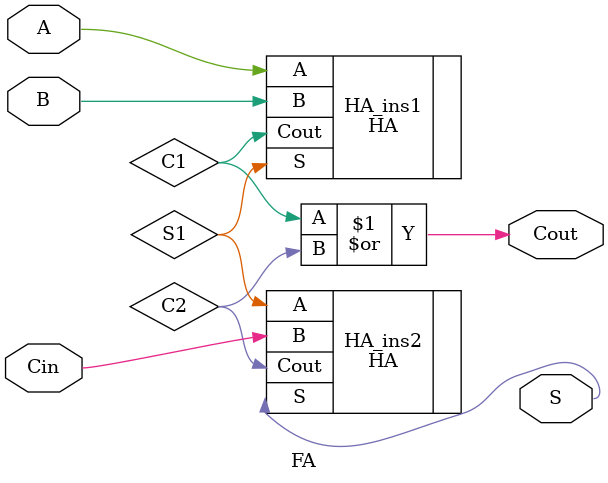
<source format=v>
`timescale 1ns / 1ps
module FA(A, B, Cin, Cout, S
    );

input A, B, Cin;
output Cout, S;
wire C1, C2, S1;

HA HA_ins1 ( .A(A), .B(B), .S(S1), .Cout(C1) );
HA HA_ins2 ( .A(S1), .B(Cin), .S(S), .Cout(C2) );

assign Cout= C1 | C2;

endmodule

</source>
